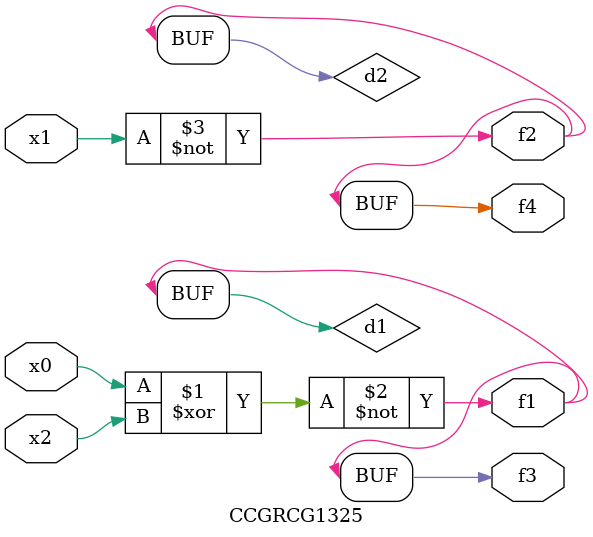
<source format=v>
module CCGRCG1325(
	input x0, x1, x2,
	output f1, f2, f3, f4
);

	wire d1, d2, d3;

	xnor (d1, x0, x2);
	nand (d2, x1);
	nor (d3, x1, x2);
	assign f1 = d1;
	assign f2 = d2;
	assign f3 = d1;
	assign f4 = d2;
endmodule

</source>
